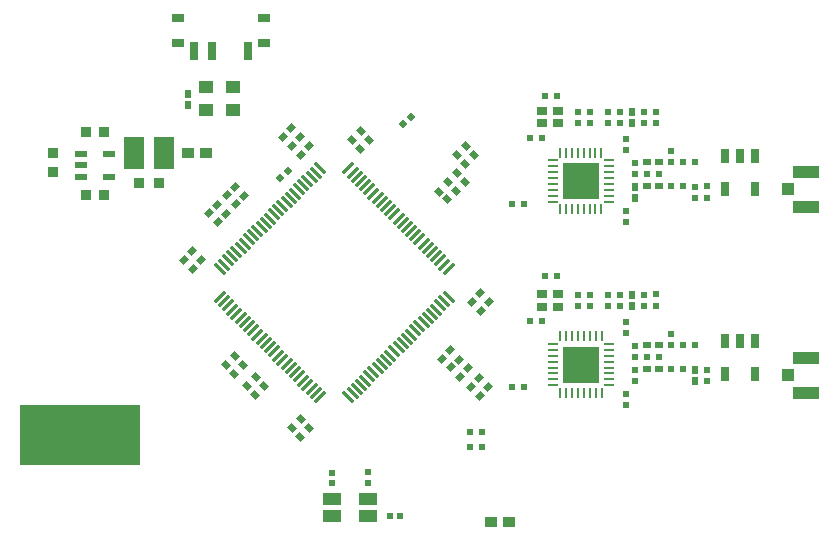
<source format=gtp>
G04 Layer_Color=8421504*
%FSLAX25Y25*%
%MOIN*%
G70*
G01*
G75*
%ADD10R,0.02165X0.02165*%
%ADD11R,0.02165X0.02165*%
%ADD12R,0.05905X0.04331*%
%ADD13R,0.40000X0.20000*%
%ADD14R,0.01968X0.02559*%
%ADD15R,0.02756X0.05905*%
%ADD16R,0.03937X0.03150*%
%ADD17R,0.05118X0.04331*%
%ADD18O,0.00984X0.03740*%
%ADD19O,0.03740X0.00984*%
%ADD20R,0.12205X0.12205*%
%ADD21R,0.03937X0.03740*%
%ADD22R,0.03583X0.03780*%
G04:AMPARAMS|DCode=23|XSize=11.81mil|YSize=55.12mil|CornerRadius=0mil|HoleSize=0mil|Usage=FLASHONLY|Rotation=225.000|XOffset=0mil|YOffset=0mil|HoleType=Round|Shape=Round|*
%AMOVALD23*
21,1,0.04331,0.01181,0.00000,0.00000,315.0*
1,1,0.01181,-0.01531,0.01531*
1,1,0.01181,0.01531,-0.01531*
%
%ADD23OVALD23*%

G04:AMPARAMS|DCode=24|XSize=11.81mil|YSize=55.12mil|CornerRadius=0mil|HoleSize=0mil|Usage=FLASHONLY|Rotation=135.000|XOffset=0mil|YOffset=0mil|HoleType=Round|Shape=Round|*
%AMOVALD24*
21,1,0.04331,0.01181,0.00000,0.00000,225.0*
1,1,0.01181,0.01531,0.01531*
1,1,0.01181,-0.01531,-0.01531*
%
%ADD24OVALD24*%

%ADD25R,0.06575X0.10709*%
%ADD26R,0.04331X0.02362*%
%ADD27R,0.03740X0.03543*%
%ADD28R,0.03543X0.03740*%
%ADD29R,0.02559X0.01968*%
%ADD30R,0.01968X0.02362*%
%ADD31R,0.02362X0.01968*%
%ADD32R,0.03543X0.03150*%
%ADD33R,0.03937X0.03937*%
%ADD34R,0.08661X0.04134*%
%ADD36R,0.03000X0.05000*%
G04:AMPARAMS|DCode=37|XSize=19.68mil|YSize=23.62mil|CornerRadius=0mil|HoleSize=0mil|Usage=FLASHONLY|Rotation=135.000|XOffset=0mil|YOffset=0mil|HoleType=Round|Shape=Rectangle|*
%AMROTATEDRECTD37*
4,1,4,0.01531,0.00139,-0.00139,-0.01531,-0.01531,-0.00139,0.00139,0.01531,0.01531,0.00139,0.0*
%
%ADD37ROTATEDRECTD37*%

%ADD38P,0.03062X4X180.0*%
G04:AMPARAMS|DCode=39|XSize=19.68mil|YSize=23.62mil|CornerRadius=0mil|HoleSize=0mil|Usage=FLASHONLY|Rotation=45.000|XOffset=0mil|YOffset=0mil|HoleType=Round|Shape=Rectangle|*
%AMROTATEDRECTD39*
4,1,4,0.00139,-0.01531,-0.01531,0.00139,-0.00139,0.01531,0.01531,-0.00139,0.00139,-0.01531,0.0*
%
%ADD39ROTATEDRECTD39*%

G04:AMPARAMS|DCode=40|XSize=19.68mil|YSize=25.59mil|CornerRadius=0mil|HoleSize=0mil|Usage=FLASHONLY|Rotation=225.000|XOffset=0mil|YOffset=0mil|HoleType=Round|Shape=Rectangle|*
%AMROTATEDRECTD40*
4,1,4,-0.00209,0.01601,0.01601,-0.00209,0.00209,-0.01601,-0.01601,0.00209,-0.00209,0.01601,0.0*
%
%ADD40ROTATEDRECTD40*%

G04:AMPARAMS|DCode=41|XSize=19.68mil|YSize=25.59mil|CornerRadius=0mil|HoleSize=0mil|Usage=FLASHONLY|Rotation=315.000|XOffset=0mil|YOffset=0mil|HoleType=Round|Shape=Rectangle|*
%AMROTATEDRECTD41*
4,1,4,-0.01601,-0.00209,0.00209,0.01601,0.01601,0.00209,-0.00209,-0.01601,-0.01601,-0.00209,0.0*
%
%ADD41ROTATEDRECTD41*%

D10*
X104000Y-67000D02*
D03*
Y-63457D02*
D03*
X116000Y-66772D02*
D03*
Y-63228D02*
D03*
D11*
X123228Y-78000D02*
D03*
X126772D02*
D03*
D12*
X104095Y-72047D02*
D03*
Y-77953D02*
D03*
X115905D02*
D03*
Y-72047D02*
D03*
D13*
X20000Y-51000D02*
D03*
D14*
X56000Y62870D02*
D03*
Y59130D02*
D03*
X225000Y-32870D02*
D03*
Y-29130D02*
D03*
X204000Y-4130D02*
D03*
Y-7870D02*
D03*
Y56870D02*
D03*
Y53130D02*
D03*
X205000Y28130D02*
D03*
Y31870D02*
D03*
D15*
X75858Y77110D02*
D03*
X64047D02*
D03*
X58142D02*
D03*
D16*
X81173Y88331D02*
D03*
Y79669D02*
D03*
X52827Y88331D02*
D03*
Y79669D02*
D03*
D17*
X71055Y57520D02*
D03*
X62000D02*
D03*
Y65000D02*
D03*
X71055D02*
D03*
D18*
X193790Y43150D02*
D03*
X191821D02*
D03*
X189853D02*
D03*
X187884D02*
D03*
X185916D02*
D03*
X183947D02*
D03*
X181979D02*
D03*
X180010D02*
D03*
Y24450D02*
D03*
X181979D02*
D03*
X183947D02*
D03*
X185916D02*
D03*
X187884D02*
D03*
X189853D02*
D03*
X191821D02*
D03*
X193790D02*
D03*
X193905Y-36701D02*
D03*
X191937D02*
D03*
X189969D02*
D03*
X188000D02*
D03*
X186031D02*
D03*
X184063D02*
D03*
X182095D02*
D03*
X180126D02*
D03*
Y-18000D02*
D03*
X182095D02*
D03*
X184063D02*
D03*
X186031D02*
D03*
X188000D02*
D03*
X189969D02*
D03*
X191937D02*
D03*
X193905D02*
D03*
D19*
X177550Y40690D02*
D03*
Y38721D02*
D03*
Y36753D02*
D03*
Y34784D02*
D03*
Y32816D02*
D03*
Y30847D02*
D03*
Y28879D02*
D03*
Y26910D02*
D03*
X196250D02*
D03*
Y28879D02*
D03*
Y30847D02*
D03*
Y32816D02*
D03*
Y34784D02*
D03*
Y36753D02*
D03*
Y38721D02*
D03*
Y40690D02*
D03*
X196366Y-20461D02*
D03*
Y-22429D02*
D03*
Y-24398D02*
D03*
Y-26366D02*
D03*
Y-28335D02*
D03*
Y-30303D02*
D03*
Y-32272D02*
D03*
Y-34240D02*
D03*
X177665D02*
D03*
Y-32272D02*
D03*
Y-30303D02*
D03*
Y-28335D02*
D03*
Y-26366D02*
D03*
Y-24398D02*
D03*
Y-22429D02*
D03*
Y-20461D02*
D03*
D20*
X186900Y33800D02*
D03*
X187016Y-27350D02*
D03*
D21*
X163150Y-80000D02*
D03*
X156850D02*
D03*
X55850Y43000D02*
D03*
X62150D02*
D03*
D22*
X39673Y33000D02*
D03*
X46327Y33000D02*
D03*
D23*
X109470Y-38271D02*
D03*
X110862Y-36879D02*
D03*
X112254Y-35487D02*
D03*
X113646Y-34095D02*
D03*
X115038Y-32703D02*
D03*
X116430Y-31311D02*
D03*
X117822Y-29919D02*
D03*
X119213Y-28527D02*
D03*
X120605Y-27135D02*
D03*
X121997Y-25743D02*
D03*
X123389Y-24351D02*
D03*
X124781Y-22959D02*
D03*
X126173Y-21567D02*
D03*
X127565Y-20175D02*
D03*
X128957Y-18783D02*
D03*
X130349Y-17391D02*
D03*
X131741Y-16000D02*
D03*
X133133Y-14608D02*
D03*
X134525Y-13216D02*
D03*
X135917Y-11824D02*
D03*
X137309Y-10432D02*
D03*
X138701Y-9040D02*
D03*
X140093Y-7648D02*
D03*
X141484Y-6256D02*
D03*
X142877Y-4864D02*
D03*
X100005Y38008D02*
D03*
X98613Y36616D02*
D03*
X97221Y35224D02*
D03*
X95829Y33832D02*
D03*
X94437Y32440D02*
D03*
X93045Y31048D02*
D03*
X91653Y29656D02*
D03*
X90261Y28264D02*
D03*
X88869Y26872D02*
D03*
X87477Y25480D02*
D03*
X86085Y24088D02*
D03*
X84693Y22696D02*
D03*
X83301Y21305D02*
D03*
X81909Y19913D02*
D03*
X80517Y18521D02*
D03*
X79125Y17129D02*
D03*
X77734Y15737D02*
D03*
X76342Y14345D02*
D03*
X74950Y12953D02*
D03*
X73558Y11561D02*
D03*
X72166Y10169D02*
D03*
X70774Y8777D02*
D03*
X69382Y7385D02*
D03*
X67990Y5993D02*
D03*
X66598Y4601D02*
D03*
D24*
X142877Y4601D02*
D03*
X141484Y5993D02*
D03*
X140093Y7385D02*
D03*
X138701Y8777D02*
D03*
X137309Y10169D02*
D03*
X135917Y11561D02*
D03*
X134525Y12953D02*
D03*
X133133Y14345D02*
D03*
X131741Y15737D02*
D03*
X130349Y17129D02*
D03*
X128957Y18521D02*
D03*
X127565Y19913D02*
D03*
X126173Y21305D02*
D03*
X124781Y22696D02*
D03*
X123389Y24088D02*
D03*
X121997Y25480D02*
D03*
X120605Y26872D02*
D03*
X119213Y28264D02*
D03*
X117822Y29656D02*
D03*
X116430Y31048D02*
D03*
X115038Y32440D02*
D03*
X113646Y33832D02*
D03*
X112254Y35224D02*
D03*
X110862Y36616D02*
D03*
X109470Y38008D02*
D03*
X66598Y-4864D02*
D03*
X67990Y-6256D02*
D03*
X69382Y-7648D02*
D03*
X70774Y-9040D02*
D03*
X72166Y-10432D02*
D03*
X73558Y-11824D02*
D03*
X74950Y-13216D02*
D03*
X76342Y-14608D02*
D03*
X77734Y-16000D02*
D03*
X79125Y-17391D02*
D03*
X80518Y-18783D02*
D03*
X81909Y-20175D02*
D03*
X83301Y-21567D02*
D03*
X84693Y-22959D02*
D03*
X86085Y-24351D02*
D03*
X87477Y-25743D02*
D03*
X88869Y-27135D02*
D03*
X90261Y-28527D02*
D03*
X91653Y-29919D02*
D03*
X93045Y-31311D02*
D03*
X94437Y-32703D02*
D03*
X95829Y-34095D02*
D03*
X97221Y-35487D02*
D03*
X98613Y-36879D02*
D03*
X100005Y-38271D02*
D03*
D25*
X38000Y43000D02*
D03*
X48000D02*
D03*
D26*
X29724Y42740D02*
D03*
X29724Y35260D02*
D03*
X20276Y35260D02*
D03*
Y39000D02*
D03*
Y42740D02*
D03*
D27*
X28150Y50000D02*
D03*
X21850D02*
D03*
X28150Y29000D02*
D03*
X21850Y29000D02*
D03*
D28*
X11000Y43150D02*
D03*
X11000Y36850D02*
D03*
D29*
X209130Y-29000D02*
D03*
X212870D02*
D03*
X209130Y-21000D02*
D03*
X212870D02*
D03*
X209130Y32000D02*
D03*
X212870D02*
D03*
X209130Y40000D02*
D03*
X212870D02*
D03*
D30*
X205000Y-32969D02*
D03*
Y-29032D02*
D03*
X202000Y-13032D02*
D03*
Y-16969D02*
D03*
X205000Y-24969D02*
D03*
Y-21032D02*
D03*
X217000Y-17031D02*
D03*
Y-20968D02*
D03*
X229000Y-32969D02*
D03*
Y-29032D02*
D03*
X202000Y-40968D02*
D03*
Y-37031D02*
D03*
X186000Y-4031D02*
D03*
Y-7969D02*
D03*
X190000Y-4031D02*
D03*
Y-7969D02*
D03*
X196000Y-4031D02*
D03*
Y-7969D02*
D03*
X200000Y-4031D02*
D03*
Y-7969D02*
D03*
X208000Y-4031D02*
D03*
Y-7969D02*
D03*
X212000Y-4000D02*
D03*
Y-7937D02*
D03*
Y56968D02*
D03*
Y53031D02*
D03*
X208000Y56968D02*
D03*
Y53031D02*
D03*
X196000Y56968D02*
D03*
Y53031D02*
D03*
X190000Y56968D02*
D03*
Y53031D02*
D03*
X186000Y56968D02*
D03*
Y53031D02*
D03*
X200000Y56968D02*
D03*
Y53031D02*
D03*
X202000Y47969D02*
D03*
Y44032D02*
D03*
X217000Y43968D02*
D03*
Y40031D02*
D03*
X229000Y28063D02*
D03*
Y32000D02*
D03*
X225000Y28032D02*
D03*
Y31969D02*
D03*
X202000Y20031D02*
D03*
Y23968D02*
D03*
X205000Y39968D02*
D03*
Y36031D02*
D03*
D31*
X209032Y-25000D02*
D03*
X212968D02*
D03*
X221031Y-21000D02*
D03*
X224969D02*
D03*
X217032Y-29000D02*
D03*
X220969D02*
D03*
X164032Y-35000D02*
D03*
X167968D02*
D03*
X170031Y-13000D02*
D03*
X173969D02*
D03*
X175031Y2000D02*
D03*
X178969D02*
D03*
X175063Y62000D02*
D03*
X179000D02*
D03*
X170031Y48000D02*
D03*
X173969D02*
D03*
X164032Y26000D02*
D03*
X167968D02*
D03*
X221031Y40000D02*
D03*
X224969D02*
D03*
X217032Y32000D02*
D03*
X220969D02*
D03*
X209032Y36000D02*
D03*
X212968D02*
D03*
X153969Y-50000D02*
D03*
X150031Y-50000D02*
D03*
X153969Y-55000D02*
D03*
X150031D02*
D03*
D32*
X179413Y-8331D02*
D03*
X174000Y-8331D02*
D03*
Y-4000D02*
D03*
X179315Y-4000D02*
D03*
Y57331D02*
D03*
X174000Y57331D02*
D03*
Y53000D02*
D03*
X179413Y53000D02*
D03*
D33*
X256095Y31000D02*
D03*
Y-31000D02*
D03*
D34*
X262000Y36807D02*
D03*
Y25193D02*
D03*
Y-25193D02*
D03*
Y-36807D02*
D03*
D36*
X245000Y42000D02*
D03*
X240000Y42000D02*
D03*
X235000Y42000D02*
D03*
X235000Y31000D02*
D03*
X245000D02*
D03*
Y-19500D02*
D03*
X240000D02*
D03*
X235000D02*
D03*
Y-30500D02*
D03*
X245000D02*
D03*
D37*
X66000Y20000D02*
D03*
X68784Y22784D02*
D03*
X63000Y23000D02*
D03*
X65784Y25784D02*
D03*
X74784Y28784D02*
D03*
X72000Y26000D02*
D03*
X71784Y31784D02*
D03*
X69000Y29000D02*
D03*
X90392Y51392D02*
D03*
X87608Y48608D02*
D03*
X93392Y48392D02*
D03*
X90608Y45608D02*
D03*
X96392Y45392D02*
D03*
X93608Y42608D02*
D03*
X153392Y-3608D02*
D03*
X150608Y-6392D02*
D03*
X156392Y-6608D02*
D03*
X153608Y-9392D02*
D03*
X143392Y-22608D02*
D03*
X140608Y-25392D02*
D03*
X156000Y-35000D02*
D03*
X153216Y-37784D02*
D03*
X153000Y-32000D02*
D03*
X150216Y-34784D02*
D03*
X149392Y-28608D02*
D03*
X146608Y-31392D02*
D03*
X57608Y4608D02*
D03*
X60392Y7392D02*
D03*
X54608Y7608D02*
D03*
X57392Y10392D02*
D03*
D38*
X86747Y34747D02*
D03*
X89253Y37253D02*
D03*
X130253Y55253D02*
D03*
X127747Y52747D02*
D03*
D39*
X113608Y50392D02*
D03*
X116392Y47608D02*
D03*
X110608Y47392D02*
D03*
X113392Y44608D02*
D03*
X151392Y42608D02*
D03*
X148608Y45392D02*
D03*
X148392Y39608D02*
D03*
X145608Y42392D02*
D03*
X148392Y33608D02*
D03*
X145608Y36392D02*
D03*
X145392Y30608D02*
D03*
X142608Y33392D02*
D03*
X93608Y-45608D02*
D03*
X96392Y-48392D02*
D03*
X90608Y-48608D02*
D03*
X93392Y-51392D02*
D03*
X81392Y-34392D02*
D03*
X78608Y-31608D02*
D03*
X78392Y-37392D02*
D03*
X75608Y-34608D02*
D03*
X68608Y-27608D02*
D03*
X71392Y-30392D02*
D03*
X71608Y-24608D02*
D03*
X74392Y-27392D02*
D03*
D40*
X142322Y27678D02*
D03*
X139678Y30322D02*
D03*
D41*
X146322Y-25678D02*
D03*
X143678Y-28322D02*
D03*
M02*

</source>
